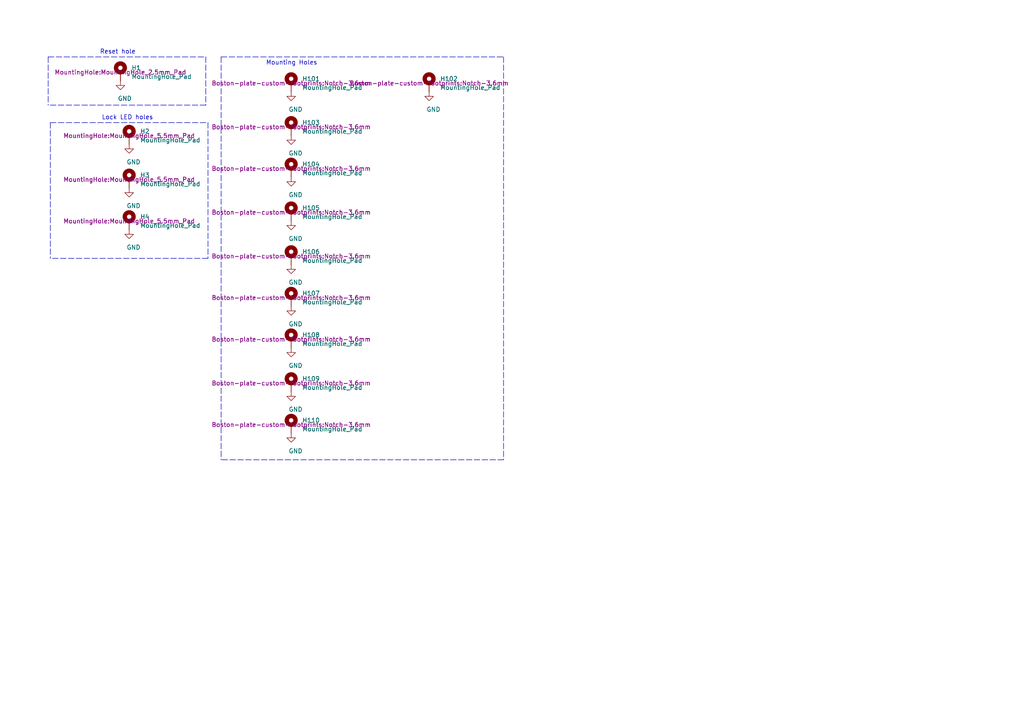
<source format=kicad_sch>
(kicad_sch (version 20210126) (generator eeschema)
  (paper "A4")
  (lib_symbols
    (symbol "Mechanical:MountingHole_Pad" (pin_numbers hide) (pin_names (offset 1.016) hide)
      (property "Reference" "H" (at 0 6.35 0))
      (property "Value" "MountingHole_Pad" (at 0 4.445 0))
      (symbol "MountingHole_Pad_0_1"
        (circle (center 0 1.27) (radius 1.27) (stroke (width 1.27)))
      )
      (symbol "MountingHole_Pad_1_1"
        (pin input line (at 0 -2.54 90) (length 2.54) (name "1") (number "1"))
      )
    )
    (symbol "power:GND" (power) (pin_names (offset 0))
      (property "Value" "GND" (at 0 -3.81 0))
      (symbol "GND_0_1"
        (polyline (pts (xy 0 0) (xy 0 -1.27) (xy 1.27 -1.27) (xy 0 -2.54) (xy -1.27 -1.27) (xy 0 -1.27)))
      )
      (symbol "GND_1_1"
        (pin power_in line (at 0 0 270) (length 0) hide (name "GND") (number "1"))
      )
    )
  )
  (polyline (pts (xy 13.97 16.51) (xy 13.97 30.48)) (stroke (width 0) (type dash)))
  (polyline (pts (xy 13.97 16.51) (xy 59.69 16.51)) (stroke (width 0) (type dash)))
  (polyline (pts (xy 14.605 35.56) (xy 14.605 74.93)) (stroke (width 0) (type dash)))
  (polyline (pts (xy 14.605 35.56) (xy 60.325 35.56)) (stroke (width 0) (type dash)))
  (polyline (pts (xy 59.69 16.51) (xy 59.69 30.48)) (stroke (width 0) (type dash)))
  (polyline (pts (xy 59.69 30.48) (xy 13.97 30.48)) (stroke (width 0) (type dash)))
  (polyline (pts (xy 60.325 35.56) (xy 60.325 74.93)) (stroke (width 0) (type dash)))
  (polyline (pts (xy 60.325 74.93) (xy 14.605 74.93)) (stroke (width 0) (type dash)))
  (polyline (pts (xy 64.135 16.51) (xy 64.135 133.35)) (stroke (width 0) (type dash)))
  (polyline (pts (xy 64.135 16.51) (xy 146.05 16.51)) (stroke (width 0) (type dash)))
  (polyline (pts (xy 146.05 16.51) (xy 146.05 133.35)) (stroke (width 0) (type dash)))
  (polyline (pts (xy 146.05 133.35) (xy 64.135 133.35)) (stroke (width 0) (type dash)))
  (text "Reset hole" (at 39.37 15.875 180) (effects (font (size 1.27 1.27)) (justify right bottom)))
  (text "Lock LED holes" (at 44.45 34.925 180) (effects (font (size 1.27 1.27)) (justify right bottom)))
  (text "Mounting Holes" (at 92.075 19.05 180) (effects (font (size 1.27 1.27)) (justify right bottom)))
  (symbol (lib_id "power:GND") (at 34.925 23.495 0) (unit 1)
    (property "Reference" "#PWR0101" (effects hide))
    (property "Value" "GND" (at 36.195 28.575 0))
  )
  (symbol (lib_id "power:GND") (at 37.465 41.91 0) (unit 1)
    (property "Reference" "#PWR0104" (effects hide))
    (property "Value" "GND" (at 38.735 46.99 0))
  )
  (symbol (lib_id "power:GND") (at 37.465 54.61 0) (unit 1)
    (property "Reference" "#PWR0102" (effects hide))
    (property "Value" "GND" (at 38.735 59.69 0))
  )
  (symbol (lib_id "power:GND") (at 37.465 66.675 0) (unit 1)
    (property "Reference" "#PWR0103" (effects hide))
    (property "Value" "GND" (at 38.735 71.755 0))
  )
  (symbol (lib_id "power:GND") (at 84.455 26.67 0) (unit 1)
    (property "Reference" "#PWR0105" (effects hide))
    (property "Value" "GND" (at 85.725 31.75 0))
  )
  (symbol (lib_id "power:GND") (at 84.455 39.37 0) (unit 1)
    (property "Reference" "#PWR0106" (effects hide))
    (property "Value" "GND" (at 85.725 44.45 0))
  )
  (symbol (lib_id "power:GND") (at 84.455 51.435 0) (unit 1)
    (property "Reference" "#PWR0107" (effects hide))
    (property "Value" "GND" (at 85.725 56.515 0))
  )
  (symbol (lib_id "power:GND") (at 84.455 64.135 0) (unit 1)
    (property "Reference" "#PWR0108" (effects hide))
    (property "Value" "GND" (at 85.725 69.215 0))
  )
  (symbol (lib_id "power:GND") (at 84.455 76.835 0) (unit 1)
    (property "Reference" "#PWR0109" (effects hide))
    (property "Value" "GND" (at 85.725 81.915 0))
  )
  (symbol (lib_id "power:GND") (at 84.455 88.9 0) (unit 1)
    (property "Reference" "#PWR0110" (effects hide))
    (property "Value" "GND" (at 85.725 93.98 0))
  )
  (symbol (lib_id "power:GND") (at 84.455 100.965 0) (unit 1)
    (property "Reference" "#PWR0111" (effects hide))
    (property "Value" "GND" (at 85.725 106.045 0))
  )
  (symbol (lib_id "power:GND") (at 84.455 113.665 0) (unit 1)
    (property "Reference" "#PWR0112" (effects hide))
    (property "Value" "GND" (at 85.725 118.745 0))
  )
  (symbol (lib_id "power:GND") (at 84.455 125.73 0) (unit 1)
    (property "Reference" "#PWR0113" (effects hide))
    (property "Value" "GND" (at 85.725 130.81 0))
  )
  (symbol (lib_id "power:GND") (at 124.46 26.67 0) (unit 1)
    (property "Reference" "#PWR0114" (effects hide))
    (property "Value" "GND" (at 125.73 31.75 0))
  )
  (symbol (lib_id "Mechanical:MountingHole_Pad") (at 34.925 20.955 0) (unit 1)
    (property "Reference" "H1" (at 38.1 19.685 0) (effects (justify left)))
    (property "Value" "MountingHole_Pad" (at 38.1 22.225 0) (effects (justify left)))
    (property "Footprint" "MountingHole:MountingHole_2.5mm_Pad" (at 34.925 20.955 0))
  )
  (symbol (lib_id "Mechanical:MountingHole_Pad") (at 37.465 39.37 0) (unit 1)
    (property "Reference" "H2" (at 40.64 38.1 0) (effects (justify left)))
    (property "Value" "MountingHole_Pad" (at 40.64 40.64 0) (effects (justify left)))
    (property "Footprint" "MountingHole:MountingHole_5.5mm_Pad" (at 37.465 39.37 0))
  )
  (symbol (lib_id "Mechanical:MountingHole_Pad") (at 37.465 52.07 0) (unit 1)
    (property "Reference" "H3" (at 40.64 50.8 0) (effects (justify left)))
    (property "Value" "MountingHole_Pad" (at 40.64 53.34 0) (effects (justify left)))
    (property "Footprint" "MountingHole:MountingHole_5.5mm_Pad" (at 37.465 52.07 0))
  )
  (symbol (lib_id "Mechanical:MountingHole_Pad") (at 37.465 64.135 0) (unit 1)
    (property "Reference" "H4" (at 40.64 62.865 0) (effects (justify left)))
    (property "Value" "MountingHole_Pad" (at 40.64 65.405 0) (effects (justify left)))
    (property "Footprint" "MountingHole:MountingHole_5.5mm_Pad" (at 37.465 64.135 0))
  )
  (symbol (lib_id "Mechanical:MountingHole_Pad") (at 84.455 24.13 0) (unit 1)
    (property "Reference" "H101" (at 87.63 22.86 0) (effects (justify left)))
    (property "Value" "MountingHole_Pad" (at 87.63 25.4 0) (effects (justify left)))
    (property "Footprint" "Boston-plate-custom-footprints:Notch-3.6mm" (at 84.455 24.13 0))
  )
  (symbol (lib_id "Mechanical:MountingHole_Pad") (at 84.455 36.83 0) (unit 1)
    (property "Reference" "H103" (at 87.63 35.56 0) (effects (justify left)))
    (property "Value" "MountingHole_Pad" (at 87.63 38.1 0) (effects (justify left)))
    (property "Footprint" "Boston-plate-custom-footprints:Notch-3.6mm" (at 84.455 36.83 0))
  )
  (symbol (lib_id "Mechanical:MountingHole_Pad") (at 84.455 48.895 0) (unit 1)
    (property "Reference" "H104" (at 87.63 47.625 0) (effects (justify left)))
    (property "Value" "MountingHole_Pad" (at 87.63 50.165 0) (effects (justify left)))
    (property "Footprint" "Boston-plate-custom-footprints:Notch-3.6mm" (at 84.455 48.895 0))
  )
  (symbol (lib_id "Mechanical:MountingHole_Pad") (at 84.455 61.595 0) (unit 1)
    (property "Reference" "H105" (at 87.63 60.325 0) (effects (justify left)))
    (property "Value" "MountingHole_Pad" (at 87.63 62.865 0) (effects (justify left)))
    (property "Footprint" "Boston-plate-custom-footprints:Notch-3.6mm" (at 84.455 61.595 0))
  )
  (symbol (lib_id "Mechanical:MountingHole_Pad") (at 84.455 74.295 0) (unit 1)
    (property "Reference" "H106" (at 87.63 73.025 0) (effects (justify left)))
    (property "Value" "MountingHole_Pad" (at 87.63 75.565 0) (effects (justify left)))
    (property "Footprint" "Boston-plate-custom-footprints:Notch-3.6mm" (at 84.455 74.295 0))
  )
  (symbol (lib_id "Mechanical:MountingHole_Pad") (at 84.455 86.36 0) (unit 1)
    (property "Reference" "H107" (at 87.63 85.09 0) (effects (justify left)))
    (property "Value" "MountingHole_Pad" (at 87.63 87.63 0) (effects (justify left)))
    (property "Footprint" "Boston-plate-custom-footprints:Notch-3.6mm" (at 84.455 86.36 0))
  )
  (symbol (lib_id "Mechanical:MountingHole_Pad") (at 84.455 98.425 0) (unit 1)
    (property "Reference" "H108" (at 87.63 97.155 0) (effects (justify left)))
    (property "Value" "MountingHole_Pad" (at 87.63 99.695 0) (effects (justify left)))
    (property "Footprint" "Boston-plate-custom-footprints:Notch-3.6mm" (at 84.455 98.425 0))
  )
  (symbol (lib_id "Mechanical:MountingHole_Pad") (at 84.455 111.125 0) (unit 1)
    (property "Reference" "H109" (at 87.63 109.855 0) (effects (justify left)))
    (property "Value" "MountingHole_Pad" (at 87.63 112.395 0) (effects (justify left)))
    (property "Footprint" "Boston-plate-custom-footprints:Notch-3.6mm" (at 84.455 111.125 0))
  )
  (symbol (lib_id "Mechanical:MountingHole_Pad") (at 84.455 123.19 0) (unit 1)
    (property "Reference" "H110" (at 87.63 121.92 0) (effects (justify left)))
    (property "Value" "MountingHole_Pad" (at 87.63 124.46 0) (effects (justify left)))
    (property "Footprint" "Boston-plate-custom-footprints:Notch-3.6mm" (at 84.455 123.19 0))
  )
  (symbol (lib_id "Mechanical:MountingHole_Pad") (at 124.46 24.13 0) (unit 1)
    (property "Reference" "H102" (at 127.635 22.86 0) (effects (justify left)))
    (property "Value" "MountingHole_Pad" (at 127.635 25.4 0) (effects (justify left)))
    (property "Footprint" "Boston-plate-custom-footprints:Notch-3.6mm" (at 124.46 24.13 0))
  )
)
</source>
